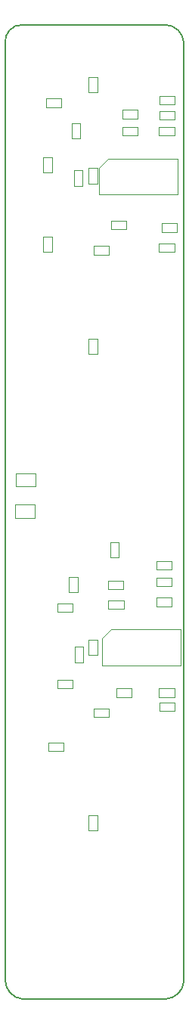
<source format=gbr>
G04 DipTrace 4.0.0.5*
G04 BottomAssembly.gbr*
%MOIN*%
G04 #@! TF.FileFunction,Drawing,Bot*
G04 #@! TF.Part,Single*
%ADD12C,0.005512*%
%ADD13C,0.004724*%
%FSLAX26Y26*%
G04*
G70*
G90*
G75*
G01*
G04 BotAssy*
%LPD*%
X909514Y4237598D2*
D13*
Y4199803D1*
X978805D1*
Y4237598D1*
X909514D1*
X1141305Y3687304D2*
Y3725099D1*
X1072013Y3725098D1*
X1072014Y3687302D1*
X1141305Y3687304D1*
X1128805Y2212303D2*
Y2250098D1*
X1059514D1*
Y2212303D1*
X1128805D1*
X1141305Y4199803D2*
Y4237598D1*
X1072014D1*
Y4199803D1*
X1141305D1*
X847014Y2150098D2*
Y2112303D1*
X916305D1*
Y2150098D1*
X847014D1*
X1141305Y1724804D2*
Y1762599D1*
X1072013Y1762598D1*
X1072014Y1724802D1*
X1141305Y1724804D1*
X700262Y1877804D2*
X738057D1*
Y1947096D1*
X700262D1*
Y1877804D1*
X734063Y4046787D2*
X696268D1*
Y3977496D1*
X734063D1*
Y4046787D1*
X762762Y1909055D2*
X800558D1*
X800556Y1978347D1*
X762761Y1978346D1*
X762762Y1909055D1*
Y3987551D2*
X800558Y3987552D1*
X800556Y4056843D1*
X762761Y4056842D1*
X762762Y3987551D1*
X524966Y2514961D2*
Y2572441D1*
X438352D1*
Y2514961D1*
X524966D1*
X529200Y2653671D2*
Y2711151D1*
X442586D1*
Y2653671D1*
X529200D1*
X725557Y4252165D2*
X687762D1*
Y4185236D1*
X725557D1*
Y4252165D1*
X910695Y4312598D2*
Y4274803D1*
X977624D1*
Y4312598D1*
X910695D1*
X927624Y3787303D2*
Y3825098D1*
X860695D1*
Y3787303D1*
X927624D1*
X1152624Y3774804D2*
X1152623Y3812599D1*
X1085694Y3812598D1*
X1085695Y3774802D1*
X1152624Y3774804D1*
X1060694Y2325097D2*
X1060695Y2287302D1*
X1127624Y2287304D1*
X1127623Y2325099D1*
X1060694Y2325097D1*
X1127624Y2124803D2*
Y2162598D1*
X1060695D1*
Y2124803D1*
X1127624D1*
X640124Y4324803D2*
Y4362598D1*
X573195D1*
Y4324803D1*
X640124D1*
X562762Y3685236D2*
X600558Y3685237D1*
X600556Y3752166D1*
X562761Y3752165D1*
X562762Y3685236D1*
X690124Y1762303D2*
Y1800098D1*
X623195D1*
Y1762303D1*
X690124D1*
X762762Y4391487D2*
X800557D1*
Y4458416D1*
X762762D1*
Y4391487D1*
X800557Y3302165D2*
X762762D1*
Y3235236D1*
X800557D1*
Y3302165D1*
X852624Y1637303D2*
Y1675098D1*
X785695D1*
Y1637303D1*
X852624D1*
X1073195Y4375098D2*
Y4337303D1*
X1140124D1*
Y4375098D1*
X1073195D1*
X1140124Y4268554D2*
Y4306349D1*
X1073195D1*
Y4268554D1*
X1140124D1*
X713056Y2252166D2*
X675261Y2252165D1*
X675263Y2185236D1*
X713058Y2185237D1*
X713056Y2252166D1*
X848195Y2237598D2*
Y2199803D1*
X915124D1*
Y2237598D1*
X848195D1*
X952624Y1724803D2*
Y1762598D1*
X885695D1*
Y1724803D1*
X952624D1*
X1140124Y1662304D2*
X1140123Y1700099D1*
X1073194Y1700098D1*
X1073195Y1662302D1*
X1140124Y1662304D1*
X600557Y4102165D2*
X562762D1*
Y4035236D1*
X600557D1*
Y4102165D1*
X690124Y2099803D2*
Y2137598D1*
X623195D1*
Y2099803D1*
X690124D1*
X652624Y1487303D2*
Y1525098D1*
X585695D1*
Y1487303D1*
X652624D1*
X852624Y3674803D2*
Y3712598D1*
X785695D1*
Y3674803D1*
X852624D1*
X856512Y2341487D2*
X894307D1*
X894306Y2408416D1*
X856510D1*
X856512Y2341487D1*
X800557Y1202165D2*
X762762D1*
Y1135236D1*
X800557D1*
Y1202165D1*
X809220Y3939957D2*
X1154102Y3939965D1*
X1154098Y4097445D1*
X848587Y4097438D1*
X809217Y4058067D1*
X809220Y3939957D1*
X821718Y1864961D2*
X1166600D1*
Y2022441D1*
X861088D1*
X821718Y1983071D1*
Y1864961D1*
X469159Y393701D2*
D12*
X1100410D1*
G03X1181659Y474951I-1776J83025D01*
G01*
Y4606201D1*
G03X1100410Y4687451I-83028J-1777D01*
G01*
X469159D1*
G03X394159Y4606201I-2345J-73075D01*
G01*
Y474951D1*
G03X469159Y393701I83766J2082D01*
G01*
M02*

</source>
